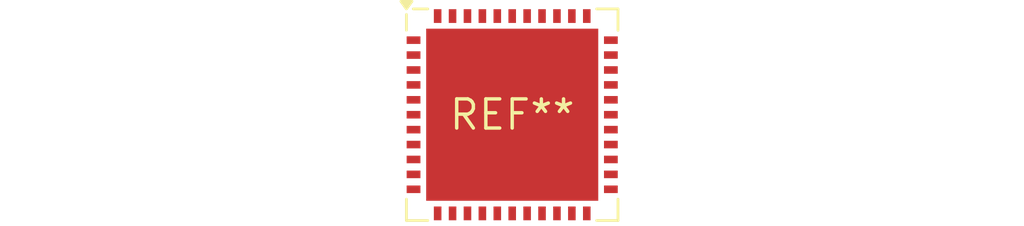
<source format=kicad_pcb>
(kicad_pcb (version 20240108) (generator pcbnew)
  (layers (0 "F.Cu" signal) (31 "B.Cu" signal) (34 "B.Paste" user) (35 "F.Paste" user) (36 "B.SilkS" user "B.Silkscreen") (37 "F.SilkS" user "F.Silkscreen") (38 "B.Mask" user) (39 "F.Mask" user) (44 "Edge.Cuts" user))
  (net 0 "")
  (footprint "QFN-44-1EP_9x9mm_P0.65mm_EP7.5x7.5mm" (layer "F.Cu") (at 0 0)
    (property "Reference" "REF**")
    (property "Value" "QFN-44-1EP_9x9mm_P0.65mm_EP7.5x7.5mm")
    (fp_line (start -4.61 -4.37) (end -4.61 -3.68) (layer "F.SilkS") (stroke (width 0.12)))
    (fp_line (start -4.61 4.61) (end -4.61 3.68) (layer "F.SilkS") (stroke (width 0.12)))
    (fp_line (start -3.68 -4.61) (end -4.31 -4.61) (layer "F.SilkS") (stroke (width 0.12)))
    (fp_line (start -3.68 4.61) (end -4.61 4.61) (layer "F.SilkS") (stroke (width 0.12)))
    (fp_line (start 3.68 -4.61) (end 4.61 -4.61) (layer "F.SilkS") (stroke (width 0.12)))
    (fp_line (start 3.68 4.61) (end 4.61 4.61) (layer "F.SilkS") (stroke (width 0.12)))
    (fp_line (start 4.61 -4.61) (end 4.61 -3.68) (layer "F.SilkS") (stroke (width 0.12)))
    (fp_line (start 4.61 4.61) (end 4.61 3.68) (layer "F.SilkS") (stroke (width 0.12)))
    (fp_poly (pts (xy -4.61 -4.61) (xy -4.85 -4.94) (xy -4.37 -4.94) (xy -4.61 -4.61)) (layer "F.SilkS") (stroke (width 0.12)) (fill solid))
    (pad "1" smd rect (at -4.3 -3.25) (size 0.6 0.33) (layers "F.Cu" "F.Paste" "F.Mask"))
    (pad "2" smd rect (at -4.3 -2.6) (size 0.6 0.33) (layers "F.Cu" "F.Paste" "F.Mask"))
    (pad "3" smd rect (at -4.3 -1.95) (size 0.6 0.33) (layers "F.Cu" "F.Paste" "F.Mask"))
    (pad "4" smd rect (at -4.3 -1.3) (size 0.6 0.33) (layers "F.Cu" "F.Paste" "F.Mask"))
    (pad "5" smd rect (at -4.3 -0.65) (size 0.6 0.33) (layers "F.Cu" "F.Paste" "F.Mask"))
    (pad "6" smd rect (at -4.3 0) (size 0.6 0.33) (layers "F.Cu" "F.Paste" "F.Mask"))
    (pad "7" smd rect (at -4.3 0.65) (size 0.6 0.33) (layers "F.Cu" "F.Paste" "F.Mask"))
    (pad "8" smd rect (at -4.3 1.3) (size 0.6 0.33) (layers "F.Cu" "F.Paste" "F.Mask"))
    (pad "9" smd rect (at -4.3 1.95) (size 0.6 0.33) (layers "F.Cu" "F.Paste" "F.Mask"))
    (pad "10" smd rect (at -4.3 2.6) (size 0.6 0.33) (layers "F.Cu" "F.Paste" "F.Mask"))
    (pad "11" smd rect (at -4.3 3.25) (size 0.6 0.33) (layers "F.Cu" "F.Paste" "F.Mask"))
    (pad "12" smd rect (at -3.25 4.3 90) (size 0.6 0.33) (layers "F.Cu" "F.Paste" "F.Mask"))
    (pad "13" smd rect (at -2.6 4.3 90) (size 0.6 0.33) (layers "F.Cu" "F.Paste" "F.Mask"))
    (pad "14" smd rect (at -1.95 4.3 90) (size 0.6 0.33) (layers "F.Cu" "F.Paste" "F.Mask"))
    (pad "15" smd rect (at -1.3 4.3 90) (size 0.6 0.33) (layers "F.Cu" "F.Paste" "F.Mask"))
    (pad "16" smd rect (at -0.65 4.3 90) (size 0.6 0.33) (layers "F.Cu" "F.Paste" "F.Mask"))
    (pad "17" smd rect (at 0 4.3 90) (size 0.6 0.33) (layers "F.Cu" "F.Paste" "F.Mask"))
    (pad "18" smd rect (at 0.65 4.3 90) (size 0.6 0.33) (layers "F.Cu" "F.Paste" "F.Mask"))
    (pad "19" smd rect (at 1.3 4.3 90) (size 0.6 0.33) (layers "F.Cu" "F.Paste" "F.Mask"))
    (pad "20" smd rect (at 1.95 4.3 90) (size 0.6 0.33) (layers "F.Cu" "F.Paste" "F.Mask"))
    (pad "21" smd rect (at 2.6 4.3 90) (size 0.6 0.33) (layers "F.Cu" "F.Paste" "F.Mask"))
    (pad "22" smd rect (at 3.25 4.3 90) (size 0.6 0.33) (layers "F.Cu" "F.Paste" "F.Mask"))
    (pad "23" smd rect (at 4.3 3.25) (size 0.6 0.33) (layers "F.Cu" "F.Paste" "F.Mask"))
    (pad "24" smd rect (at 4.3 2.6) (size 0.6 0.33) (layers "F.Cu" "F.Paste" "F.Mask"))
    (pad "25" smd rect (at 4.3 1.95) (size 0.6 0.33) (layers "F.Cu" "F.Paste" "F.Mask"))
    (pad "26" smd rect (at 4.3 1.3) (size 0.6 0.33) (layers "F.Cu" "F.Paste" "F.Mask"))
    (pad "27" smd rect (at 4.3 0.65) (size 0.6 0.33) (layers "F.Cu" "F.Paste" "F.Mask"))
    (pad "28" smd rect (at 4.3 0) (size 0.6 0.33) (layers "F.Cu" "F.Paste" "F.Mask"))
    (pad "29" smd rect (at 4.3 -0.65) (size 0.6 0.33) (layers "F.Cu" "F.Paste" "F.Mask"))
    (pad "30" smd rect (at 4.3 -1.3) (size 0.6 0.33) (layers "F.Cu" "F.Paste" "F.Mask"))
    (pad "31" smd rect (at 4.3 -1.95) (size 0.6 0.33) (layers "F.Cu" "F.Paste" "F.Mask"))
    (pad "32" smd rect (at 4.3 -2.6) (size 0.6 0.33) (layers "F.Cu" "F.Paste" "F.Mask"))
    (pad "33" smd rect (at 4.3 -3.25) (size 0.6 0.33) (layers "F.Cu" "F.Paste" "F.Mask"))
    (pad "34" smd rect (at 3.25 -4.3 90) (size 0.6 0.33) (layers "F.Cu" "F.Paste" "F.Mask"))
    (pad "35" smd rect (at 2.6 -4.3 90) (size 0.6 0.33) (layers "F.Cu" "F.Paste" "F.Mask"))
    (pad "36" smd rect (at 1.95 -4.3 90) (size 0.6 0.33) (layers "F.Cu" "F.Paste" "F.Mask"))
    (pad "37" smd rect (at 1.3 -4.3 90) (size 0.6 0.33) (layers "F.Cu" "F.Paste" "F.Mask"))
    (pad "38" smd rect (at 0.65 -4.3 90) (size 0.6 0.33) (layers "F.Cu" "F.Paste" "F.Mask"))
    (pad "39" smd rect (at 0 -4.3 90) (size 0.6 0.33) (layers "F.Cu" "F.Paste" "F.Mask"))
    (pad "40" smd rect (at -0.65 -4.3 90) (size 0.6 0.33) (layers "F.Cu" "F.Paste" "F.Mask"))
    (pad "41" smd rect (at -1.3 -4.3 90) (size 0.6 0.33) (layers "F.Cu" "F.Paste" "F.Mask"))
    (pad "42" smd rect (at -1.95 -4.3 90) (size 0.6 0.33) (layers "F.Cu" "F.Paste" "F.Mask"))
    (pad "43" smd rect (at -2.6 -4.3 90) (size 0.6 0.33) (layers "F.Cu" "F.Paste" "F.Mask"))
    (pad "44" smd rect (at -3.25 -4.3 90) (size 0.6 0.33) (layers "F.Cu" "F.Paste" "F.Mask"))
    (pad "45" smd rect (at 0 0) (size 7.5 7.5) (layers "F.Cu" "F.Mask"))
  )
)
</source>
